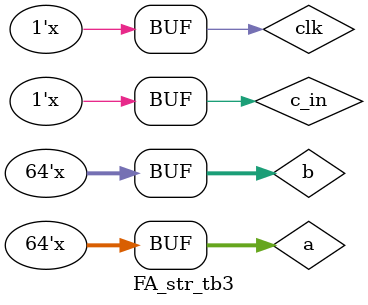
<source format=v>
`timescale 1ns / 1ps

module FA_str_tb3;

	// Inputs
	reg [63:0] a;
	reg [63:0] b;
	reg c_in;
	
	reg clk;

	// Outputs
	wire c_out;
	wire[63:0] sum;
	wire c_out_verify;
	wire[63:0] sum_verify;
	wire error_flag;


	// Instantiate the Unit Under Test (UUT)
	Carry_select_adder FA (
		.c_out(c_out), 
		.sum(sum), 
		.a(a), 
		.b(b), 
		.c_in(c_in)
	);
	
	// Verification module
	Verification_64bit Verification (
		.c_out(c_out_verify), 
		.sum(sum_verify), 
		.a(a), 
		.b(b), 
		.c_in(c_in)
	);
	
	// Assign Error_flag
	assign error_flag = (c_out != c_out_verify || sum != sum_verify);
	
	// Verification logic
	always@(posedge clk)
		begin
		if(error_flag)
			// Use $display here instead of $monitor
			// $monitor will display the message whenever there's a change of a, b, c_in
			// $display will only display once when it's been executed
			$display("Error occurs when a = %d, b = %d, c_in = %d\n", a, b, c_in);
		end
		
	// Derfine clk signal for Verfication purpose
	always #5 clk = ~clk;

	initial begin
		// Initialize Inputs
		clk = 0;
		a = 64'h0;
		b = 64'h0;
		c_in = 1'd0;
		
		// Wait 150 ns
		#150;
		a = 64'hffffffffffffffff;
		b = 64'h0;
		c_in = 1'd1;
		


	end
	
	always #27  {a,b,c_in} ={a,b,c_in}+1;
      
endmodule

</source>
